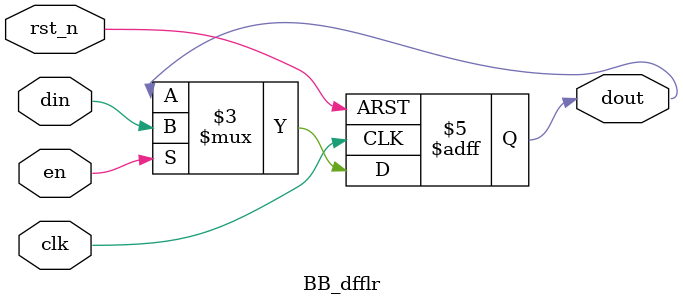
<source format=v>
module BB_dfflr #(
  parameter DW = 1,
  parameter RST_VAL = 0 
)(
  input wire clk,
  input wire rst_n,
  input wire en,
  input wire [DW-1:0] din,
  output reg [DW-1:0] dout
);

always @(posedge clk or negedge rst_n)begin
    if(~rst_n)begin
        dout <= RST_VAL;
    end else begin
        if(en)begin
            dout <= din;
        end
    end
end
    
endmodule

</source>
